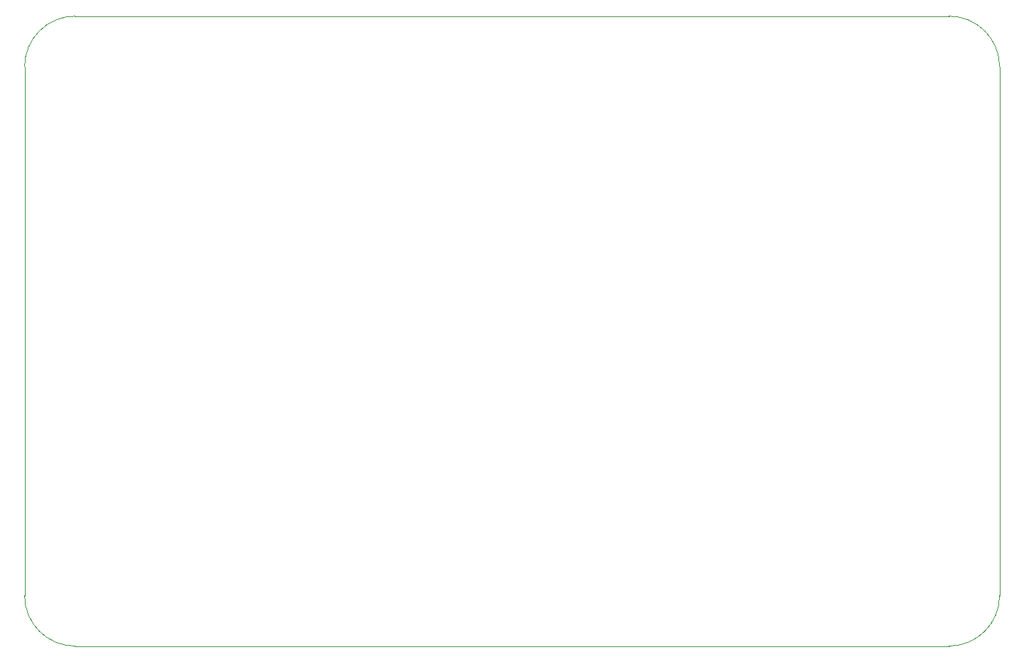
<source format=gbr>
%TF.GenerationSoftware,KiCad,Pcbnew,8.0.4*%
%TF.CreationDate,2024-08-08T00:40:07-04:00*%
%TF.ProjectId,pcb,7063622e-6b69-4636-9164-5f7063625858,1.1*%
%TF.SameCoordinates,Original*%
%TF.FileFunction,Profile,NP*%
%FSLAX46Y46*%
G04 Gerber Fmt 4.6, Leading zero omitted, Abs format (unit mm)*
G04 Created by KiCad (PCBNEW 8.0.4) date 2024-08-08 00:40:07*
%MOMM*%
%LPD*%
G01*
G04 APERTURE LIST*
%TA.AperFunction,Profile*%
%ADD10C,0.050000*%
%TD*%
G04 APERTURE END LIST*
D10*
X141000000Y-111000000D02*
X141000000Y-48000000D01*
X257000000Y-48000000D02*
X257000000Y-111000000D01*
X141000000Y-48000000D02*
G75*
G02*
X147000000Y-42000000I6000000J0D01*
G01*
X251000000Y-42000000D02*
G75*
G02*
X257000000Y-48000000I0J-6000000D01*
G01*
X251000000Y-42000000D02*
X147000000Y-42000000D01*
X147000000Y-117000000D02*
G75*
G02*
X141000000Y-111000000I0J6000000D01*
G01*
X257000000Y-111000000D02*
G75*
G02*
X251000000Y-117000000I-6000004J4D01*
G01*
X147000000Y-117000000D02*
X251000000Y-117000000D01*
M02*

</source>
